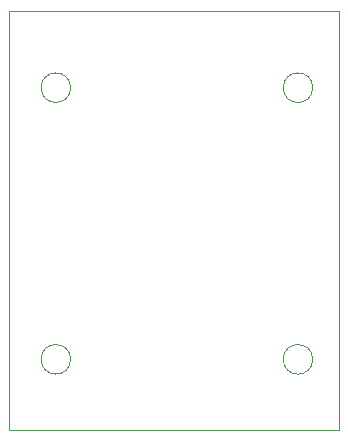
<source format=gm1>
G04 #@! TF.GenerationSoftware,KiCad,Pcbnew,8.0.5*
G04 #@! TF.CreationDate,2024-10-02T23:49:05-05:00*
G04 #@! TF.ProjectId,OLED PCB,4f4c4544-2050-4434-922e-6b696361645f,rev?*
G04 #@! TF.SameCoordinates,Original*
G04 #@! TF.FileFunction,Profile,NP*
%FSLAX46Y46*%
G04 Gerber Fmt 4.6, Leading zero omitted, Abs format (unit mm)*
G04 Created by KiCad (PCBNEW 8.0.5) date 2024-10-02 23:49:05*
%MOMM*%
%LPD*%
G01*
G04 APERTURE LIST*
G04 #@! TA.AperFunction,Profile*
%ADD10C,0.050000*%
G04 #@! TD*
G04 APERTURE END LIST*
D10*
X185750000Y-104500000D02*
G75*
G02*
X183250000Y-104500000I-1250000J0D01*
G01*
X183250000Y-104500000D02*
G75*
G02*
X185750000Y-104500000I1250000J0D01*
G01*
X185750000Y-81500000D02*
G75*
G02*
X183250000Y-81500000I-1250000J0D01*
G01*
X183250000Y-81500000D02*
G75*
G02*
X185750000Y-81500000I1250000J0D01*
G01*
X165250000Y-81500000D02*
G75*
G02*
X162750000Y-81500000I-1250000J0D01*
G01*
X162750000Y-81500000D02*
G75*
G02*
X165250000Y-81500000I1250000J0D01*
G01*
X165250000Y-104500000D02*
G75*
G02*
X162750000Y-104500000I-1250000J0D01*
G01*
X162750000Y-104500000D02*
G75*
G02*
X165250000Y-104500000I1250000J0D01*
G01*
X160000000Y-75000000D02*
X188000000Y-75000000D01*
X188000000Y-110500000D01*
X160000000Y-110500000D01*
X160000000Y-75000000D01*
M02*

</source>
